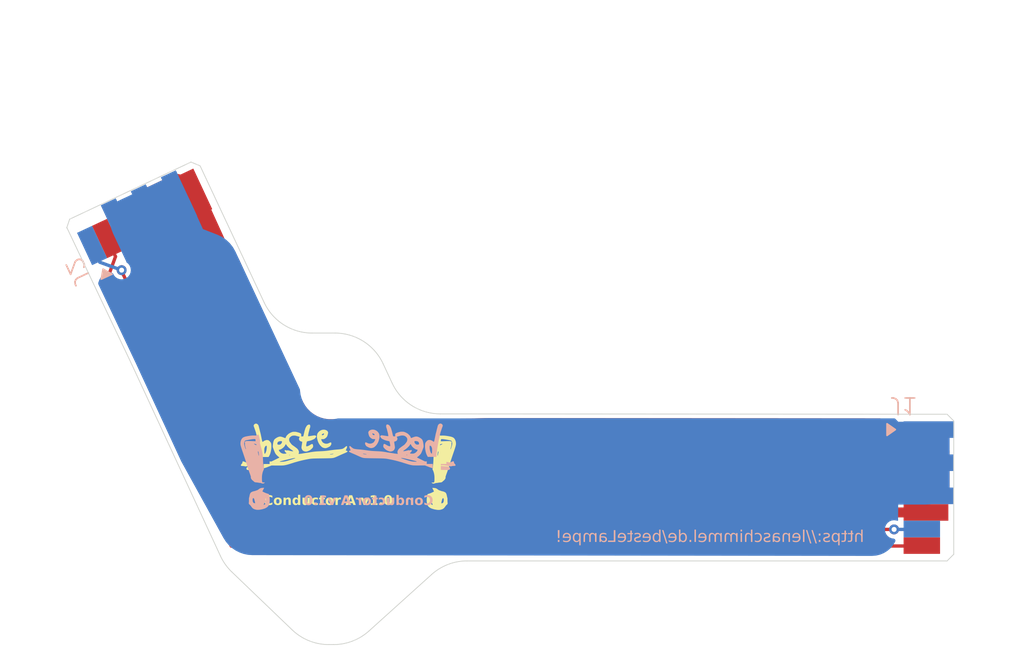
<source format=kicad_pcb>
(kicad_pcb (version 20240108) (generator "pcbnew") (generator_version "8.0")
  (layers (0 "F.Cu" signal) (31 "B.Cu" signal) (34 "B.Paste" user) (35 "F.Paste" user) (36 "B.SilkS" user "B.Silkscreen") (37 "F.SilkS" user "F.Silkscreen") (38 "B.Mask" user) (39 "F.Mask" user) (44 "Edge.Cuts" user))
  (net 0 "")
  (net 1 "/GND")
  (net 2 "/VLED")
  (net 3 "/SCL")
  (net 4 "/SDA")
  (net 5 "/5V")
  (footprint "LOGO" (layer "F.Cu") (at 91.330252 88.00711)
    (property "Reference" "G***" (hide yes))
    (property "Value" "LOGO" (hide yes))
  )
  (footprint "MountingHole:MountingHole_3.2mm_M3_DIN965" (layer "F.Cu") (at 90.058438 95.375518)
    (property "Reference" "H2" (hide yes))
    (property "Value" "MountingHole")
    (pad "" np_thru_hole circle (at 0 0) (size 3.2 3.2) (drill 3.2) (layers "*.Cu" "*.Mask"))
  )
  (footprint "MountingHole:MountingHole_3.2mm_M3_DIN965" (layer "F.Cu") (at 90.058438 83.375516 25)
    (property "Reference" "H1" (hide yes))
    (property "Value" "MountingHole")
    (pad "" np_thru_hole circle (at 0 0 25) (size 3.2 3.2) (drill 3.2) (layers "*.Cu" "*.Mask"))
  )
  (footprint "009159008603906:9159 Connector" (layer "B.Cu") (at 124.633438 85.350516)
    (property "Reference" "J1" (at 0 -0.949999 180) (layer "B.SilkS") (effects (font (thickness 0.1)) (justify mirror)))
    (property "Value" "009159008603906")
    (pad "1" smd rect (at 1.525 0.5) (size 3.05 0.999999) (layers "B.Cu" "B.Paste" "B.Mask") (net 1 "/GND"))
    (pad "2" smd rect (at 1.35 1.5) (size 2.7 1) (layers "F.Cu" "F.Paste" "F.Mask") (net 2 "/VLED"))
    (pad "3" smd rect (at 1.5 2.5) (size 3 1) (layers "B.Cu" "B.Paste" "B.Mask") (net 1 "/GND"))
    (pad "4" smd rect (at 1.35 3.5) (size 2.7 1) (layers "F.Cu" "F.Paste" "F.Mask") (net 2 "/VLED"))
    (pad "5" smd rect (at 1.5 4.499999) (size 3 1) (layers "B.Cu" "B.Paste" "B.Mask") (net 1 "/GND"))
    (pad "6" smd rect (at 1.35 5.5) (size 2.7 1) (layers "F.Cu" "F.Paste" "F.Mask") (net 5 "/5V"))
    (pad "7" smd rect (at 1.1 6.5) (size 2.2 1) (layers "B.Cu" "B.Paste" "B.Mask") (net 3 "/SCL"))
    (pad "8" smd rect (at 1.1 7.499999) (size 2.2 1) (layers "F.Cu" "F.Paste" "F.Mask") (net 4 "/SDA"))
  )
  (footprint "009159008603906:9159 Connector" (layer "B.Cu") (at 75.658438 75.925516 115)
    (property "Reference" "J2" (at 0 -0.949999 -65) (layer "B.SilkS") (effects (font (thickness 0.1)) (justify mirror)))
    (property "Value" "009159008603906")
    (pad "1" smd rect (at 1.075 0.5 115) (size 2.15 1) (layers "B.Cu" "B.Paste" "B.Mask") (net 3 "/SCL"))
    (pad "2" smd rect (at 1.075 1.5 115) (size 2.15 1) (layers "F.Cu" "F.Paste" "F.Mask") (net 4 "/SDA"))
    (pad "3" smd rect (at 1.525 2.5 115) (size 3.05 1) (layers "B.Cu" "B.Paste" "B.Mask") (net 1 "/GND"))
    (pad "4" smd rect (at 1.349999 3.5 115) (size 2.7 1) (layers "F.Cu" "F.Paste" "F.Mask") (net 5 "/5V"))
    (pad "5" smd rect (at 1.525 4.5 115) (size 3.05 1) (layers "B.Cu" "B.Paste" "B.Mask") (net 1 "/GND"))
    (pad "6" smd rect (at 1.35 5.5 115) (size 2.7 1) (layers "F.Cu" "F.Paste" "F.Mask") (net 2 "/VLED"))
    (pad "7" smd rect (at 1.525 6.5 115) (size 3.05 1) (layers "B.Cu" "B.Paste" "B.Mask") (net 1 "/GND"))
    (pad "8" smd rect (at 1.349999 7.5 115) (size 2.7 1) (layers "F.Cu" "F.Paste" "F.Mask") (net 2 "/VLED"))
  )
  (footprint "LOGO" (layer "B.Cu") (at 90.90025 88.002111 180)
    (property "Reference" "G***" (hide yes))
    (property "Value" "LOGO" (hide yes))
  )
  (gr_arc (start 84.093166 94.442857) (mid 83.704215 93.99286) (end 83.405293 93.478636) (stroke (width 0.05)) (layer "Edge.Cuts"))
  (gr_line (start 93.225534 81.883581) (end 93.772342 83.055312) (stroke (width 0.05)) (layer "Edge.Cuts"))
  (gr_line (start 82.178438 69.935518) (end 82.158438 69.925516) (stroke (width 0.05)) (layer "Edge.Cuts"))
  (gr_arc (start 96.669686 84.902077) (mid 94.952131 84.400533) (end 93.772342 83.055312) (stroke (width 0.05)) (layer "Edge.Cuts"))
  (gr_arc (start 90.320338 80.025518) (mid 92.044623 80.529758) (end 93.225534 81.883581) (stroke (width 0.05)) (layer "Edge.Cuts"))
  (gr_line (start 89.945831 98.825518) (end 90.228673 98.825517) (stroke (width 0.05)) (layer "Edge.Cuts"))
  (gr_arc (start 92.371703 98.001948) (mid 91.376593 98.612549) (end 90.228673 98.825517) (stroke (width 0.05)) (layer "Edge.Cuts"))
  (gr_line (start 127.658438 93.375518) (end 127.658438 85.325516) (stroke (width 0.05)) (layer "Edge.Cuts"))
  (gr_line (start 74.304018 73.152912) (end 74.128438 73.675518) (stroke (width 0.05)) (layer "Edge.Cuts"))
  (gr_line (start 74.128438 73.675518) (end 74.148438 73.685516) (stroke (width 0.05)) (layer "Edge.Cuts"))
  (gr_line (start 81.626927 69.705575) (end 82.158438 69.925516) (stroke (width 0.05)) (layer "Edge.Cuts"))
  (gr_line (start 127.258438 84.925518) (end 127.658438 85.325516) (stroke (width 0.05)) (layer "Edge.Cuts"))
  (gr_line (start 78.070125 81.952856) (end 83.405293 93.478636) (stroke (width 0.05)) (layer "Edge.Cuts"))
  (gr_line (start 82.178438 69.935518) (end 86.050184 78.194695) (stroke (width 0.05)) (layer "Edge.Cuts"))
  (gr_line (start 92.371703 98.001948) (end 96.145172 94.599086) (stroke (width 0.05)) (layer "Edge.Cuts"))
  (gr_line (start 74.148438 73.685516) (end 78.070125 81.952856) (stroke (width 0.05)) (layer "Edge.Cuts"))
  (gr_arc (start 96.145172 94.599086) (mid 97.140284 93.988493) (end 98.288203 93.775516) (stroke (width 0.05)) (layer "Edge.Cuts"))
  (gr_line (start 74.304018 73.152912) (end 81.626927 69.705575) (stroke (width 0.05)) (layer "Edge.Cuts"))
  (gr_line (start 127.258438 84.925518) (end 96.669686 84.902077) (stroke (width 0.05)) (layer "Edge.Cuts"))
  (gr_line (start 127.258437 93.775517) (end 98.288203 93.775516) (stroke (width 0.05)) (layer "Edge.Cuts"))
  (gr_arc (start 88.942537 80.025517) (mid 87.230995 79.529329) (end 86.050184 78.194695) (stroke (width 0.05)) (layer "Edge.Cuts"))
  (gr_line (start 127.658438 93.375518) (end 127.258437 93.775517) (stroke (width 0.05)) (layer "Edge.Cuts"))
  (gr_arc (start 89.945831 98.825518) (mid 88.751465 98.59428) (end 87.729729 97.933958) (stroke (width 0.05)) (layer "Edge.Cuts"))
  (gr_line (start 88.942537 80.025517) (end 90.320338 80.025518) (stroke (width 0.05)) (layer "Edge.Cuts"))
  (gr_line (start 84.093166 94.442857) (end 87.729729 97.933958) (stroke (width 0.05)) (layer "Edge.Cuts"))
  (gr_text "Conductor A v1.0" (at 96.25 90.5 0) (layer "B.SilkS") (effects (font (size 0.575 0.575) (thickness 0.14375) (bold yes)) (justify left bottom mirror)))
  (gr_text "https://lenaschimmel.de/besteLampe!" (at 122.25 92.75 0) (layer "B.SilkS") (effects (font (size 0.7 0.7) (thickness 0.0875)) (justify left bottom mirror)))
  (gr_text "Conductor A v1.0" (at 86 90.496797 0) (layer "F.SilkS") (effects (font (size 0.575 0.575) (thickness 0.14375) (bold yes)) (justify left bottom)))
  (segment (start 78.542813 78.641141) (end 77.431124 76.257115) (width 0.2) (layer "F.Cu") (net 3))
  (segment (start 84.558438 91.875516) (end 78.542813 78.641141) (width 0.2) (layer "F.Cu") (net 3))
  (segment (start 124.058437 91.875516) (end 84.558438 91.875516) (width 0.2) (layer "F.Cu") (net 3))
  (segment (start 77.431124 76.257115) (end 77.441167 76.229521) (width 0.2) (layer "F.Cu") (net 3))
  (via (at 124.058437 91.875516) (size 0.6) (drill 0.3) (layers "F.Cu" "B.Cu") (net 3))
  (via (at 77.441167 76.229521) (size 0.6) (drill 0.3) (layers "F.Cu" "B.Cu") (net 3))
  (segment (start 124.058437 91.875516) (end 125.058438 91.875517) (width 0.2) (layer "B.Cu") (net 3))
  (segment (start 76.12922 75.752012) (end 75.657277 74.739926) (width 0.2) (layer "B.Cu") (net 3))
  (segment (start 77.441167 76.229521) (end 76.12922 75.752012) (width 0.2) (layer "B.Cu") (net 3))
  (segment (start 125.308438 92.875516) (end 84.058438 92.875518) (width 0.2) (layer "F.Cu") (net 4))
  (segment (start 84.058438 92.875518) (end 76.564118 76.803897) (width 0.2) (layer "F.Cu") (net 4))
  (segment (start 77.072183 75.407999) (end 76.447365 74.068073) (width 0.2) (layer "F.Cu") (net 4))
  (segment (start 76.564118 76.803897) (end 77.072183 75.407999) (width 0.2) (layer "F.Cu") (net 4))
  (segment (start 78.297064 76.69441) (end 78.990453 74.78934) (width 0.6) (layer "F.Cu") (net 5))
  (segment (start 123.058438 91.275516) (end 85.011056 91.275517) (width 0.6) (layer "F.Cu") (net 5))
  (segment (start 125.983438 90.850516) (end 123.483438 90.850516) (width 0.6) (layer "F.Cu") (net 5))
  (segment (start 84.931649 91.246616) (end 79.190466 78.616012) (width 0.6) (layer "F.Cu") (net 5))
  (segment (start 78.990453 74.78934) (end 78.259981 73.222839) (width 0.6) (layer "F.Cu") (net 5))
  (segment (start 123.483438 90.850516) (end 123.058438 91.275516) (width 0.6) (layer "F.Cu") (net 5))
  (segment (start 85.011056 91.275517) (end 84.931649 91.246616) (width 0.6) (layer "F.Cu") (net 5))
  (segment (start 79.19163 78.612813) (end 78.297064 76.69441) (width 0.6) (layer "F.Cu") (net 5))
  (segment (start 79.190466 78.616012) (end 79.19163 78.612813) (width 0.6) (layer "F.Cu") (net 5))
  (zone (net 2) (net_name "/VLED") (layer "F.Cu") (connect_pads yes (clearance 0.25)) (min_thickness 0.25) (fill yes (thermal_gap 0.5) (thermal_bridge_width 0.5) (smoothing fillet) (radius 2))
    (polygon (pts (xy 120.371557 94.312397) (xy 123.408438 91.275518) (xy 127.808438 91.275516) (xy 127.808438 86.375516) (xy 124.558438 86.375518) (xy 122.808438 84.625516) (xy 98.708437 85.175517) (xy 90.058438 85.225518) (xy 88.358438 84.125516) (xy 84.458437 75.425518) (xy 84.095614 75.299339) (xy 81.37772 69.340878) (xy 76.923184 71.568145) (xy 78.43703 74.777453) (xy 77.308438 78.325516) (xy 84.708438 94.275516)))
  )
  (zone (net 1) (net_name "/GND") (layer "B.Cu") (connect_pads yes (clearance 0.25)) (min_thickness 0.25) (fill yes (thermal_gap 0.5) (thermal_bridge_width 0.5) (smoothing fillet) (radius 2))
    (polygon (pts (xy 124.279219 93.475516) (xy 124.308438 90.375516) (xy 127.808438 90.375516) (xy 127.808438 86.375516) (xy 127.808437 85.375517) (xy 124.308438 85.375516) (xy 123.558438 84.625518) (xy 98.658438 85.175516) (xy 90.408438 85.175518) (xy 88.458438 83.975518) (xy 83.969205 74.379786) (xy 82.349541 73.752205) (xy 80.530567 69.764454) (xy 75.99104 72.034216) (xy 77.735822 75.740302) (xy 74.789957 77.113981) (xy 80.958437 87.625517) (xy 84.158438 93.425518)))
  )
)
</source>
